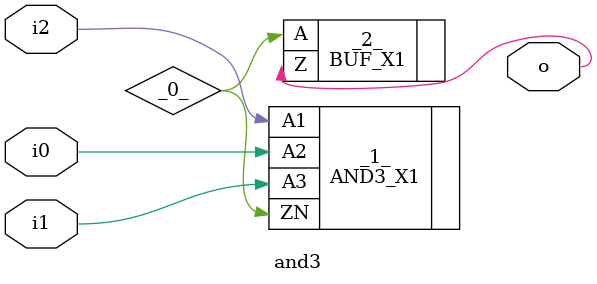
<source format=v>
/* Generated by Yosys 0.10+12 (open-tool-forge build) (git sha1 356ec7bb, clang 11.0.3 ) */

module and3(i0, i1, i2, o);
  wire _0_;
  input i0;
  input i1;
  input i2;
  output o;
  AND3_X1 _1_ (
    .A1(i2),
    .A2(i0),
    .A3(i1),
    .ZN(_0_)
  );
  BUF_X1 _2_ (
    .A(_0_),
    .Z(o)
  );
endmodule

</source>
